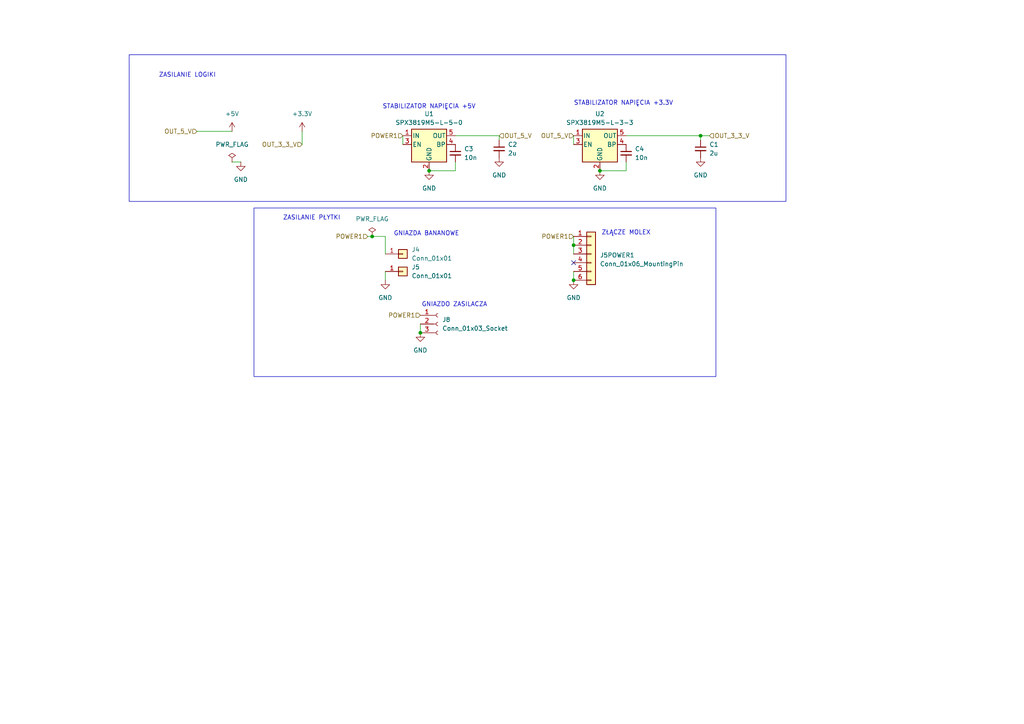
<source format=kicad_sch>
(kicad_sch (version 20250114) (generator "eeschema") (generator_version "9.0")
  (paper "A4")
  (lib_symbols
    (symbol "Connector:Conn_01x03_Socket" (pin_names (offset 1.016) (hide yes))
      (property "Reference" "J" (at 0 5.08 0))
      (property "Value" "Conn_01x03_Socket" (at 0 -5.08 0))
      (symbol "Conn_01x03_Socket_1_1"
        (polyline (pts (xy -1.27 2.54) (xy -0.508 2.54)) (stroke (width 0.1524)))
        (polyline (pts (xy -1.27 0) (xy -0.508 0)) (stroke (width 0.1524)))
        (polyline (pts (xy -1.27 -2.54) (xy -0.508 -2.54)) (stroke (width 0.1524)))
        (arc (start 0 2.032) (mid -0.5058 2.54) (end 0 3.048) (stroke (width 0.1524)))
        (arc (start 0 -0.508) (mid -0.5058 0) (end 0 0.508) (stroke (width 0.1524)))
        (arc (start 0 -3.048) (mid -0.5058 -2.54) (end 0 -2.032) (stroke (width 0.1524)))
        (pin passive line (at -5.08 2.54 0) (length 3.81) (name "Pin_1") (number "1"))
        (pin passive line (at -5.08 0 0) (length 3.81) (name "Pin_2") (number "2"))
        (pin passive line (at -5.08 -2.54 0) (length 3.81) (name "Pin_3") (number "3"))
      )
    )
    (symbol "Connector_Generic:Conn_01x01" (pin_names (offset 1.016) (hide yes))
      (property "Reference" "J" (at 0 2.54 0))
      (property "Value" "Conn_01x01" (at 0 -2.54 0))
      (symbol "Conn_01x01_1_1"
        (rectangle (start -1.27 1.27) (end 1.27 -1.27) (stroke (width 0.254)) (fill (type background)))
        (rectangle (start -1.27 0.127) (end 0 -0.127) (stroke (width 0.1524)))
        (pin passive line (at -5.08 0 0) (length 3.81) (name "Pin_1") (number "1"))
      )
    )
    (symbol "Connector_Generic_MountingPin:Conn_01x06_MountingPin" (pin_names (offset 1.016) (hide yes))
      (property "Reference" "J2SWD1" (at 2.54 -0.3555 0))
      (property "Value" "Conn_01x06_MountingPin" (at 2.54 -2.8955 0))
      (symbol "Conn_01x06_MountingPin_1_1"
        (rectangle (start -1.27 6.35) (end 1.27 -8.89) (stroke (width 0.254)) (fill (type background)))
        (rectangle (start -1.27 5.207) (end 0 4.953) (stroke (width 0.1524)))
        (rectangle (start -1.27 2.667) (end 0 2.413) (stroke (width 0.1524)))
        (rectangle (start -1.27 0.127) (end 0 -0.127) (stroke (width 0.1524)))
        (rectangle (start -1.27 -2.413) (end 0 -2.667) (stroke (width 0.1524)))
        (rectangle (start -1.27 -4.953) (end 0 -5.207) (stroke (width 0.1524)))
        (rectangle (start -1.27 -7.493) (end 0 -7.747) (stroke (width 0.1524)))
        (pin passive line (at -5.08 5.08 0) (length 3.81) (name "Pin_1") (number "1"))
        (pin passive line (at -5.08 2.54 0) (length 3.81) (name "Pin_2") (number "2"))
        (pin passive line (at -5.08 0 0) (length 3.81) (name "Pin_3") (number "3"))
        (pin passive line (at -5.08 -2.54 0) (length 3.81) (name "Pin_4") (number "4"))
        (pin passive line (at -5.08 -5.08 0) (length 3.81) (name "Pin_5") (number "5"))
        (pin passive line (at -5.08 -7.62 0) (length 3.81) (name "Pin_6") (number "6"))
      )
    )
    (symbol "Device:C_Small" (pin_numbers (hide yes)) (pin_names (offset 0.254) (hide yes))
      (property "Reference" "C" (at 0.254 1.778 0))
      (property "Value" "C_Small" (at 0.254 -2.032 0))
      (symbol "C_Small_0_1"
        (polyline (pts (xy -1.524 0.508) (xy 1.524 0.508)) (stroke (width 0.3048)))
        (polyline (pts (xy -1.524 -0.508) (xy 1.524 -0.508)) (stroke (width 0.3302)))
      )
      (symbol "C_Small_1_1"
        (pin passive line (at 0 2.54 270) (length 2.032) (name "~") (number "1"))
        (pin passive line (at 0 -2.54 90) (length 2.032) (name "~") (number "2"))
      )
    )
    (symbol "Regulator_Linear:SPX3819M5-L-3-3" (pin_names (offset 0.254))
      (property "Reference" "U" (at -3.81 5.715 0))
      (property "Value" "SPX3819M5-L-3-3" (at 0 5.715 0))
      (symbol "SPX3819M5-L-3-3_0_1"
        (rectangle (start -5.08 4.445) (end 5.08 -5.08) (stroke (width 0.254)) (fill (type background)))
      )
      (symbol "SPX3819M5-L-3-3_1_1"
        (pin power_in line (at -7.62 2.54 0) (length 2.54) (name "IN") (number "1"))
        (pin input line (at -7.62 0 0) (length 2.54) (name "EN") (number "3"))
        (pin power_in line (at 0 -7.62 90) (length 2.54) (name "GND") (number "2"))
        (pin power_out line (at 7.62 2.54 180) (length 2.54) (name "OUT") (number "5"))
        (pin input line (at 7.62 0 180) (length 2.54) (name "BP") (number "4"))
      )
    )
    (symbol "Regulator_Linear:SPX3819M5-L-5-0" (pin_names (offset 0.254))
      (property "Reference" "U" (at -3.81 5.715 0))
      (property "Value" "SPX3819M5-L-5-0" (at 0 5.715 0))
      (symbol "SPX3819M5-L-5-0_0_1"
        (rectangle (start -5.08 4.445) (end 5.08 -5.08) (stroke (width 0.254)) (fill (type background)))
      )
      (symbol "SPX3819M5-L-5-0_1_1"
        (pin power_in line (at -7.62 2.54 0) (length 2.54) (name "IN") (number "1"))
        (pin input line (at -7.62 0 0) (length 2.54) (name "EN") (number "3"))
        (pin power_in line (at 0 -7.62 90) (length 2.54) (name "GND") (number "2"))
        (pin power_out line (at 7.62 2.54 180) (length 2.54) (name "OUT") (number "5"))
        (pin input line (at 7.62 0 180) (length 2.54) (name "BP") (number "4"))
      )
    )
    (symbol "power:+3.3V" (power) (pin_numbers (hide yes)) (pin_names (offset 0) (hide yes))
      (property "Value" "+3.3V" (at 0 3.556 0))
      (symbol "+3.3V_0_1"
        (polyline (pts (xy -0.762 1.27) (xy 0 2.54)))
        (polyline (pts (xy 0 2.54) (xy 0.762 1.27)))
        (polyline (pts (xy 0 0) (xy 0 2.54)))
      )
      (symbol "+3.3V_1_1"
        (pin power_in line (at 0 0 90) (length 0) (name "~") (number "1"))
      )
    )
    (symbol "power:+5V" (power) (pin_numbers (hide yes)) (pin_names (offset 0) (hide yes))
      (property "Value" "+5V" (at 0 3.556 0))
      (symbol "+5V_0_1"
        (polyline (pts (xy -0.762 1.27) (xy 0 2.54)))
        (polyline (pts (xy 0 2.54) (xy 0.762 1.27)))
        (polyline (pts (xy 0 0) (xy 0 2.54)))
      )
      (symbol "+5V_1_1"
        (pin power_in line (at 0 0 90) (length 0) (name "~") (number "1"))
      )
    )
    (symbol "power:GND" (power) (pin_numbers (hide yes)) (pin_names (offset 0) (hide yes))
      (property "Value" "GND" (at 0 -3.81 0))
      (symbol "GND_0_1"
        (polyline (pts (xy 0 0) (xy 0 -1.27) (xy 1.27 -1.27) (xy 0 -2.54) (xy -1.27 -1.27) (xy 0 -1.27)))
      )
      (symbol "GND_1_1"
        (pin power_in line (at 0 0 270) (length 0) (name "~") (number "1"))
      )
    )
    (symbol "power:PWR_FLAG" (power) (pin_numbers (hide yes)) (pin_names (offset 0) (hide yes))
      (property "Value" "PWR_FLAG" (at 0 3.81 0))
      (symbol "PWR_FLAG_0_0"
        (pin power_out line (at 0 0 90) (length 0) (name "~") (number "1"))
      )
      (symbol "PWR_FLAG_0_1"
        (polyline (pts (xy 0 0) (xy 0 1.27) (xy -1.016 1.905) (xy 0 2.54) (xy 1.016 1.905) (xy 0 1.27)))
      )
    )
  )
  (rectangle (start 73.66 60.325) (end 207.645 109.22))
  (rectangle (start 37.465 15.875) (end 227.965 58.42))
  (text "ZASILANIE PŁYTKI\n" (at 90.424 63.246 0) (effects (font (size 1.27 1.27))))
  (text "GNIAZDA BANANOWE\n" (at 123.698 67.818 0) (effects (font (size 1.27 1.27))))
  (text "STABILIZATOR NAPIĘCIA +3.3V" (at 180.848 29.972 0) (effects (font (size 1.27 1.27))))
  (text "GNIAZDO ZASILACZA\n" (at 131.826 88.392 0) (effects (font (size 1.27 1.27))))
  (text "ZŁĄCZE MOLEX\n" (at 181.61 67.564 0) (effects (font (size 1.27 1.27))))
  (text "STABILIZATOR NAPIĘCIA +5V\n" (at 124.46 30.988 0) (effects (font (size 1.27 1.27))))
  (text "ZASILANIE LOGIKI\n" (at 54.356 21.844 0) (effects (font (size 1.27 1.27))))
  (junction (at 203.2 39.37))
  (junction (at 121.92 96.52))
  (junction (at 166.37 81.28))
  (junction (at 173.99 49.53))
  (junction (at 124.46 49.53))
  (junction (at 166.37 71.12))
  (junction (at 107.95 68.58))
  (no_connect (at 166.37 76.2))
  (wire (pts (xy 121.92 93.98) (xy 121.92 96.52)))
  (wire (pts (xy 166.37 71.12) (xy 166.37 73.66)))
  (wire (pts (xy 144.78 39.37) (xy 144.78 40.64)))
  (wire (pts (xy 166.37 39.37) (xy 166.37 41.91)))
  (wire (pts (xy 111.76 68.58) (xy 111.76 73.66)))
  (wire (pts (xy 132.08 39.37) (xy 144.78 39.37)))
  (wire (pts (xy 116.84 39.37) (xy 116.84 41.91)))
  (wire (pts (xy 111.76 78.74) (xy 111.76 81.28)))
  (wire (pts (xy 166.37 78.74) (xy 166.37 81.28)))
  (wire (pts (xy 106.68 68.58) (xy 107.95 68.58)))
  (wire (pts (xy 132.08 46.99) (xy 132.08 49.53)))
  (wire (pts (xy 87.63 38.1) (xy 87.63 41.91)))
  (wire (pts (xy 181.61 49.53) (xy 173.99 49.53)))
  (wire (pts (xy 107.95 68.58) (xy 111.76 68.58)))
  (wire (pts (xy 132.08 49.53) (xy 124.46 49.53)))
  (wire (pts (xy 67.31 46.99) (xy 69.85 46.99)))
  (wire (pts (xy 181.61 46.99) (xy 181.61 49.53)))
  (wire (pts (xy 166.37 68.58) (xy 166.37 71.12)))
  (wire (pts (xy 181.61 39.37) (xy 203.2 39.37)))
  (wire (pts (xy 57.15 38.1) (xy 67.31 38.1)))
  (wire (pts (xy 203.2 39.37) (xy 203.2 40.64)))
  (wire (pts (xy 203.2 39.37) (xy 205.74 39.37)))
  (hierarchical_label "OUT_5_V" (shape input) (at 57.15 38.1 180))
  (hierarchical_label "POWER1" (shape input) (at 116.84 39.37 180))
  (hierarchical_label "POWER1" (shape input) (at 121.92 91.44 180))
  (hierarchical_label "OUT_3_3_V" (shape input) (at 87.63 41.91 180))
  (hierarchical_label "OUT_5_V" (shape input) (at 144.78 39.37 0))
  (hierarchical_label "POWER1" (shape input) (at 166.37 68.58 180))
  (hierarchical_label "OUT_3_3_V" (shape input) (at 205.74 39.37 0))
  (hierarchical_label "POWER1" (shape input) (at 106.68 68.58 180))
  (hierarchical_label "OUT_5_V" (shape input) (at 166.37 39.37 180))
  (symbol (lib_id "power:GND") (at 144.78 45.72 0) (unit 1)
    (property "Reference" "#PWR010" (effects (hide yes)))
    (property "Value" "GND" (at 144.78 50.8 0))
    (property "Description" "Power symbol creates a global label with name \"GND\" , ground" (effects (hide yes)))
  )
  (symbol (lib_id "power:GND") (at 124.46 49.53 0) (unit 1)
    (property "Reference" "#PWR08" (effects (hide yes)))
    (property "Value" "GND" (at 124.46 54.61 0))
    (property "Description" "Power symbol creates a global label with name \"GND\" , ground" (effects (hide yes)))
  )
  (symbol (lib_id "power:GND") (at 111.76 81.28 0) (unit 1)
    (property "Reference" "#PWR04" (effects (hide yes)))
    (property "Value" "GND" (at 111.76 86.36 0))
    (property "Description" "Power symbol creates a global label with name \"GND\" , ground" (effects (hide yes)))
  )
  (symbol (lib_id "Device:C_Small") (at 181.61 44.45 0) (unit 1)
    (property "Reference" "C4" (at 184.15 43.1862 0) (effects (justify left)))
    (property "Value" "10n" (at 184.15 45.7262 0) (effects (justify left)))
    (property "Footprint" "Capacitor_SMD:C_0603_1608Metric" (effects (hide yes)))
    (property "Description" "Unpolarized capacitor, small symbol" (effects (hide yes)))
  )
  (symbol (lib_id "Connector_Generic:Conn_01x01") (at 116.84 73.66 0) (unit 1)
    (property "Reference" "J4" (at 119.38 72.3899 0) (effects (justify left)))
    (property "Value" "Conn_01x01" (at 119.38 74.9299 0) (effects (justify left)))
    (property "Footprint" "footprints:PJ3253" (effects (hide yes)))
    (property "Description" "Generic connector, single row, 01x01, script generated (kicad-library-utils/schlib/autogen/connector/)" (effects (hide yes)))
  )
  (symbol (lib_id "Device:C_Small") (at 144.78 43.18 0) (unit 1)
    (property "Reference" "C2" (at 147.32 41.9162 0) (effects (justify left)))
    (property "Value" "2u" (at 147.32 44.4562 0) (effects (justify left)))
    (property "Footprint" "Capacitor_SMD:C_0603_1608Metric" (effects (hide yes)))
    (property "Description" "Unpolarized capacitor, small symbol" (effects (hide yes)))
  )
  (symbol (lib_id "power:GND") (at 173.99 49.53 0) (unit 1)
    (property "Reference" "#PWR09" (effects (hide yes)))
    (property "Value" "GND" (at 173.99 54.61 0))
    (property "Description" "Power symbol creates a global label with name \"GND\" , ground" (effects (hide yes)))
  )
  (symbol (lib_id "Device:C_Small") (at 132.08 44.45 0) (unit 1)
    (property "Reference" "C3" (at 134.62 43.1862 0) (effects (justify left)))
    (property "Value" "10n" (at 134.62 45.7262 0) (effects (justify left)))
    (property "Footprint" "Capacitor_SMD:C_0603_1608Metric" (effects (hide yes)))
    (property "Description" "Unpolarized capacitor, small symbol" (effects (hide yes)))
  )
  (symbol (lib_id "power:PWR_FLAG") (at 67.31 46.99 0) (unit 1)
    (property "Reference" "#FLG03" (effects (hide yes)))
    (property "Value" "PWR_FLAG" (at 67.31 41.91 0))
    (property "Description" "Special symbol for telling ERC where power comes from" (effects (hide yes)))
  )
  (symbol (lib_id "power:+3.3V") (at 87.63 38.1 0) (unit 1)
    (property "Reference" "#PWR03" (effects (hide yes)))
    (property "Value" "+3.3V" (at 87.63 33.02 0))
    (property "Description" "Power symbol creates a global label with name \"+3.3V\"" (effects (hide yes)))
  )
  (symbol (lib_id "power:GND") (at 203.2 45.72 0) (unit 1)
    (property "Reference" "#PWR011" (effects (hide yes)))
    (property "Value" "GND" (at 203.2 50.8 0))
    (property "Description" "Power symbol creates a global label with name \"GND\" , ground" (effects (hide yes)))
  )
  (symbol (lib_id "Connector_Generic:Conn_01x01") (at 116.84 78.74 0) (unit 1)
    (property "Reference" "J5" (at 119.38 77.4699 0) (effects (justify left)))
    (property "Value" "Conn_01x01" (at 119.38 80.0099 0) (effects (justify left)))
    (property "Footprint" "footprints:PJ3253" (effects (hide yes)))
    (property "Description" "Generic connector, single row, 01x01, script generated (kicad-library-utils/schlib/autogen/connector/)" (effects (hide yes)))
  )
  (symbol (lib_id "power:GND") (at 166.37 81.28 0) (unit 1)
    (property "Reference" "#PWR05" (effects (hide yes)))
    (property "Value" "GND" (at 166.37 86.36 0))
    (property "Description" "Power symbol creates a global label with name \"GND\" , ground" (effects (hide yes)))
  )
  (symbol (lib_id "power:GND") (at 121.92 96.52 0) (unit 1)
    (property "Reference" "#PWR041" (effects (hide yes)))
    (property "Value" "GND" (at 121.92 101.6 0))
    (property "Description" "Power symbol creates a global label with name \"GND\" , ground" (effects (hide yes)))
  )
  (symbol (lib_id "Regulator_Linear:SPX3819M5-L-3-3") (at 173.99 41.91 0) (unit 1)
    (property "Reference" "U2" (at 173.99 33.02 0))
    (property "Value" "SPX3819M5-L-3-3" (at 173.99 35.56 0))
    (property "Footprint" "Package_TO_SOT_SMD:SOT-23-5" (effects (hide yes)))
    (property "Datasheet" "https://www.exar.com/content/document.ashx?id=22106&languageid=1033&type=Datasheet&partnumber=SPX3819&filename=SPX3819.pdf&part=SPX3819" (effects (hide yes)))
    (property "Description" "500mA Low drop-out regulator, Fixed Output 3.3V, SOT-23-5" (effects (hide yes)))
  )
  (symbol (lib_id "Regulator_Linear:SPX3819M5-L-5-0") (at 124.46 41.91 0) (unit 1)
    (property "Reference" "U1" (at 124.46 33.02 0))
    (property "Value" "SPX3819M5-L-5-0" (at 124.46 35.56 0))
    (property "Footprint" "Package_TO_SOT_SMD:SOT-23-5" (effects (hide yes)))
    (property "Datasheet" "https://www.exar.com/content/document.ashx?id=22106&languageid=1033&type=Datasheet&partnumber=SPX3819&filename=SPX3819.pdf&part=SPX3819" (effects (hide yes)))
    (property "Description" "500mA Low drop-out regulator, Fixed Output 5.0V, SOT-23-5" (effects (hide yes)))
  )
  (symbol (lib_id "power:GND") (at 69.85 46.99 0) (unit 1)
    (property "Reference" "#PWR02" (effects (hide yes)))
    (property "Value" "GND" (at 69.85 52.07 0))
    (property "Description" "Power symbol creates a global label with name \"GND\" , ground" (effects (hide yes)))
  )
  (symbol (lib_id "power:PWR_FLAG") (at 107.95 68.58 0) (unit 1)
    (property "Reference" "#FLG01" (effects (hide yes)))
    (property "Value" "PWR_FLAG" (at 107.95 63.5 0))
    (property "Description" "Special symbol for telling ERC where power comes from" (effects (hide yes)))
  )
  (symbol (lib_id "Connector:Conn_01x03_Socket") (at 127 93.98 0) (unit 1)
    (property "Reference" "J8" (at 128.27 92.7099 0) (effects (justify left)))
    (property "Value" "Conn_01x03_Socket" (at 128.27 95.2499 0) (effects (justify left)))
    (property "Footprint" "Connector_BarrelJack:BarrelJack_Kycon_KLDX-0202-xC_Horizontal" (effects (hide yes)))
    (property "Datasheet" "https://www.mouser.pl/ProductDetail/Same-Sky/PJ-102B?qs=WyjlAZoYn50OhgyxNd%252BH3w%3D%3D&mgh=1&vip=1&utm_id=20540008311&utm_source=google&utm_medium=cpc&utm_marketing_tactic=emeacorp&gad_source=1&gad_campaignid=20545691906&gbraid=0AAAAADn_wf1e-48-ceu7QPwB6Y_dwUjGg&gclid=Cj0KCQjwjL3HBhCgARIsAPUg7a78BBfQP10DKvUc4kPTbnrHfbwZRC22debUnxayat3Gz-2MIyaCruAaAoQTEALw_wcB" (effects (hide yes)))
    (property "Description" "Generic connector, single row, 01x03, script generated" (effects (hide yes)))
  )
  (symbol (lib_id "power:+5V") (at 67.31 38.1 0) (unit 1)
    (property "Reference" "#PWR01" (effects (hide yes)))
    (property "Value" "+5V" (at 67.31 33.02 0))
    (property "Description" "Power symbol creates a global label with name \"+5V\"" (effects (hide yes)))
  )
  (symbol (lib_id "Connector_Generic_MountingPin:Conn_01x06_MountingPin") (at 171.45 73.66 0) (unit 1)
    (property "Reference" "J5POWER1" (at 173.99 74.0155 0) (effects (justify left)))
    (property "Value" "Conn_01x06_MountingPin" (at 173.99 76.5555 0) (effects (justify left)))
    (property "Footprint" "Connector_Wire:SolderWire-0.1sqmm_1x06_P3.6mm_D0.4mm_OD1mm_Relief" (effects (hide yes)))
    (property "Description" "Generic connectable mounting pin connector, single row, 01x06, script generated (kicad-library-utils/schlib/autogen/connector/)" (effects (hide yes)))
  )
  (symbol (lib_id "Device:C_Small") (at 203.2 43.18 0) (unit 1)
    (property "Reference" "C1" (at 205.74 41.9162 0) (effects (justify left)))
    (property "Value" "2u" (at 205.74 44.4562 0) (effects (justify left)))
    (property "Footprint" "Capacitor_SMD:C_0603_1608Metric" (effects (hide yes)))
    (property "Description" "Unpolarized capacitor, small symbol" (effects (hide yes)))
  )
)
</source>
